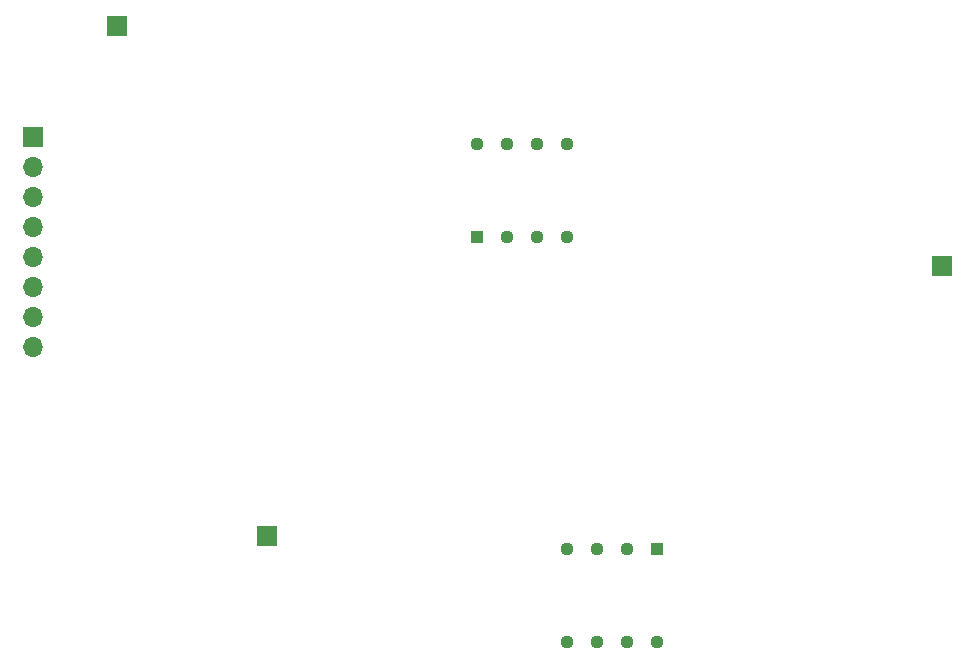
<source format=gbr>
%TF.GenerationSoftware,KiCad,Pcbnew,(5.1.10)-1*%
%TF.CreationDate,2021-11-07T17:04:32-05:00*%
%TF.ProjectId,kicad,6b696361-642e-46b6-9963-61645f706362,rev?*%
%TF.SameCoordinates,Original*%
%TF.FileFunction,Copper,L30,Inr*%
%TF.FilePolarity,Positive*%
%FSLAX46Y46*%
G04 Gerber Fmt 4.6, Leading zero omitted, Abs format (unit mm)*
G04 Created by KiCad (PCBNEW (5.1.10)-1) date 2021-11-07 17:04:32*
%MOMM*%
%LPD*%
G01*
G04 APERTURE LIST*
%TA.AperFunction,ComponentPad*%
%ADD10R,1.130000X1.130000*%
%TD*%
%TA.AperFunction,ComponentPad*%
%ADD11C,1.130000*%
%TD*%
%TA.AperFunction,ComponentPad*%
%ADD12R,1.700000X1.700000*%
%TD*%
%TA.AperFunction,ComponentPad*%
%ADD13O,1.700000X1.700000*%
%TD*%
G04 APERTURE END LIST*
D10*
%TO.N,Net-(R8-Pad1)*%
%TO.C,U3*%
X201930000Y-138270000D03*
D11*
%TO.N,Net-(1k2-Pad1)*%
X199390000Y-138270000D03*
%TO.N,Net-(C2-Pad1)*%
X196850000Y-138270000D03*
%TO.N,N/C*%
X194310000Y-138270000D03*
X194310000Y-146210000D03*
X196850000Y-146210000D03*
X199390000Y-146210000D03*
X201930000Y-146210000D03*
%TD*%
D12*
%TO.N,Net-(D1-Pad1)*%
%TO.C,Vin2*%
X226060000Y-114300000D03*
%TD*%
%TO.N,Net-(R1-Pad1)*%
%TO.C,Vin1*%
X156210000Y-93980000D03*
%TD*%
D11*
%TO.N,N/C*%
%TO.C,U2*%
X186690000Y-103980000D03*
X189230000Y-103980000D03*
X191770000Y-103980000D03*
X194310000Y-103980000D03*
X194310000Y-111920000D03*
%TO.N,Net-(C1-Pad1)*%
X191770000Y-111920000D03*
%TO.N,Net-(R5-Pad2)*%
X189230000Y-111920000D03*
D10*
%TO.N,Net-(R5-Pad1)*%
X186690000Y-111920000D03*
%TD*%
D12*
%TO.N,Net-(R1-Pad2)*%
%TO.C,U1*%
X149145001Y-103425001D03*
D13*
%TO.N,Net-(1k2-Pad2)*%
X149145001Y-105965001D03*
X149145001Y-108505001D03*
%TO.N,Net-(C1-Pad2)*%
X149145001Y-111045001D03*
%TO.N,N/C*%
X149145001Y-113585001D03*
X149145001Y-116125001D03*
X149145001Y-118665001D03*
X149145001Y-121205001D03*
%TD*%
D12*
%TO.N,Net-(1k2-Pad2)*%
%TO.C,gnd1*%
X168910000Y-137160000D03*
%TD*%
M02*

</source>
